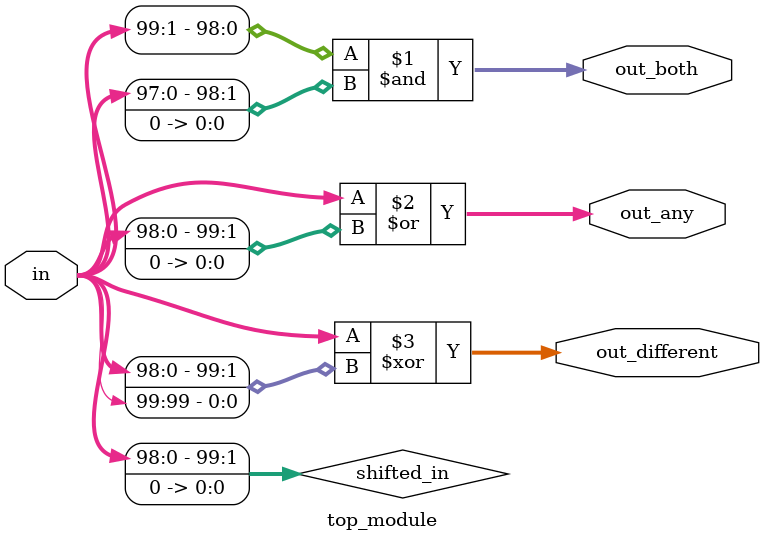
<source format=sv>
module top_module (
    input [99:0] in,
    output [98:0] out_both,
    output [99:0] out_any,
    output [99:0] out_different
);

    wire [99:0] shifted_in;

    assign shifted_in = {in[98:0], 1'b0};  // Shift 'in' by 1 bit to the right

    assign out_both = in[99:1] & shifted_in[98:0];  // 99-bit AND operation
    assign out_any = in | {shifted_in[99:1], 1'b0}; // 100-bit OR operation including the shifted bits
    assign out_different = in ^ {shifted_in[99:1], in[99]};  // 100-bit XOR operation with wrap-around

endmodule

</source>
